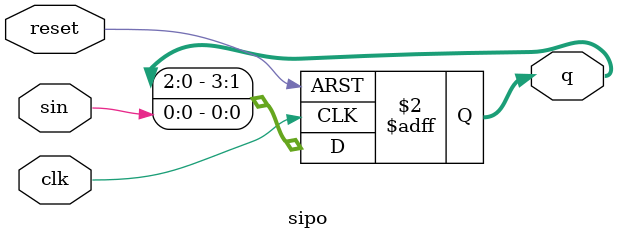
<source format=v>
module sipo(input clk, reset, sin, output reg [3:0] q);
always @(posedge clk or posedge reset) begin
 if(reset) q <= 0;
 else q <= {q[2:0], sin};
end
endmodule

</source>
